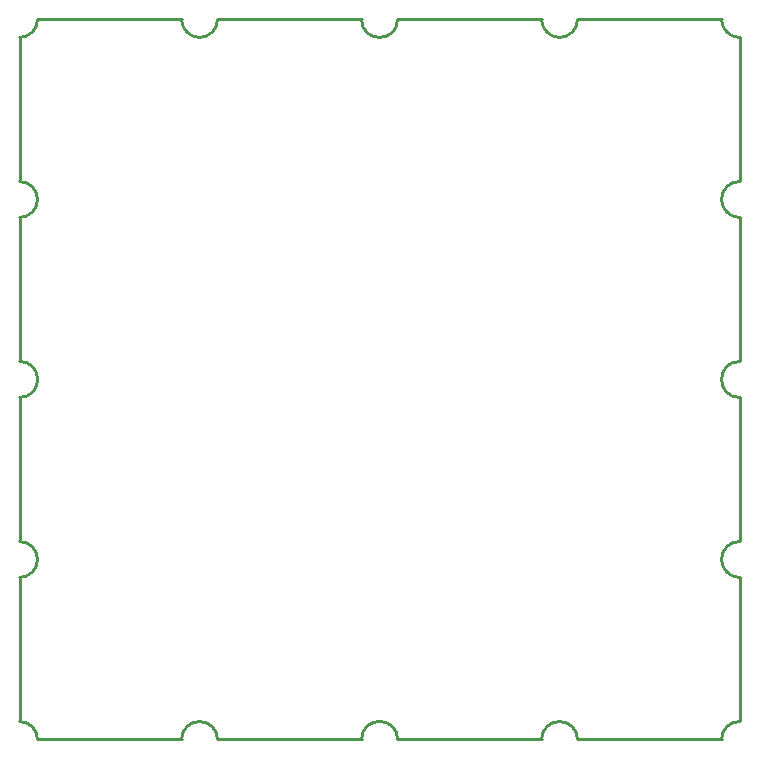
<source format=gm1>
%TF.GenerationSoftware,KiCad,Pcbnew,4.0.5-e0-6337~49~ubuntu16.04.1*%
%TF.CreationDate,2017-01-01T00:34:22+05:30*%
%TF.ProjectId,ultim8x8,756C74696D3878382E6B696361645F70,rev?*%
%TF.FileFunction,Profile,NP*%
%FSLAX46Y46*%
G04 Gerber Fmt 4.6, Leading zero omitted, Abs format (unit mm)*
G04 Created by KiCad (PCBNEW 4.0.5-e0-6337~49~ubuntu16.04.1) date Sun Jan  1 00:34:22 2017*
%MOMM*%
%LPD*%
G01*
G04 APERTURE LIST*
%ADD10C,0.254000*%
G04 APERTURE END LIST*
D10*
X60960000Y32004000D02*
X60960000Y44196000D01*
X32004000Y0D02*
X44196000Y0D01*
X0Y28956000D02*
X0Y16764000D01*
X16764000Y60960000D02*
X28956000Y60960000D01*
X60960000Y28956000D02*
G75*
G02X60960000Y32004000I0J1524000D01*
G01*
X32004000Y60960000D02*
G75*
G02X28956000Y60960000I-1524000J0D01*
G01*
X0Y32004000D02*
G75*
G02X0Y28956000I0J-1524000D01*
G01*
X32004000Y0D02*
G75*
G03X28956000Y0I-1524000J0D01*
G01*
X60960000Y59436000D02*
G75*
G02X59436000Y60960000I0J1524000D01*
G01*
X0Y59436000D02*
G75*
G03X1524000Y60960000I0J1524000D01*
G01*
X0Y1524000D02*
G75*
G02X1524000Y0I0J-1524000D01*
G01*
X60960000Y1524000D02*
G75*
G03X59436000Y0I0J-1524000D01*
G01*
X28956000Y0D02*
X16764000Y0D01*
X59436000Y0D02*
X47244000Y0D01*
X60960000Y13716000D02*
X60960000Y1524000D01*
X60960000Y28956000D02*
X60960000Y16764000D01*
X60960000Y59436000D02*
X60960000Y47244000D01*
X47244000Y60960000D02*
X59436000Y60960000D01*
X32004000Y60960000D02*
X44196000Y60960000D01*
X1524000Y60960000D02*
X13716000Y60960000D01*
X0Y47244000D02*
X0Y59436000D01*
X0Y32004000D02*
X0Y44196000D01*
X0Y1524000D02*
X0Y13716000D01*
X13716000Y0D02*
X1524000Y0D01*
X60960000Y16764000D02*
G75*
G03X59436000Y15240000I0J-1524000D01*
G01*
X59436000Y15240000D02*
G75*
G03X60960000Y13716000I1524000J0D01*
G01*
X60960000Y47244000D02*
G75*
G03X59436000Y45720000I0J-1524000D01*
G01*
X59436000Y45720000D02*
G75*
G03X60960000Y44196000I1524000J0D01*
G01*
X44196000Y60960000D02*
G75*
G03X45720000Y59436000I1524000J0D01*
G01*
X45720000Y59436000D02*
G75*
G03X47244000Y60960000I0J1524000D01*
G01*
X13716000Y60960000D02*
G75*
G03X15240000Y59436000I1524000J0D01*
G01*
X15240000Y59436000D02*
G75*
G03X16764000Y60960000I0J1524000D01*
G01*
X0Y44196000D02*
G75*
G03X1524000Y45720000I0J1524000D01*
G01*
X1524000Y45720000D02*
G75*
G03X0Y47244000I-1524000J0D01*
G01*
X0Y13716000D02*
G75*
G03X1524000Y15240000I0J1524000D01*
G01*
X1524000Y15240000D02*
G75*
G03X0Y16764000I-1524000J0D01*
G01*
X16764000Y0D02*
G75*
G03X15240000Y1524000I-1524000J0D01*
G01*
X15240000Y1524000D02*
G75*
G03X13716000Y0I0J-1524000D01*
G01*
X45720000Y1524000D02*
G75*
G03X44196000Y0I0J-1524000D01*
G01*
X47244000Y0D02*
G75*
G03X45720000Y1524000I-1524000J0D01*
G01*
M02*

</source>
